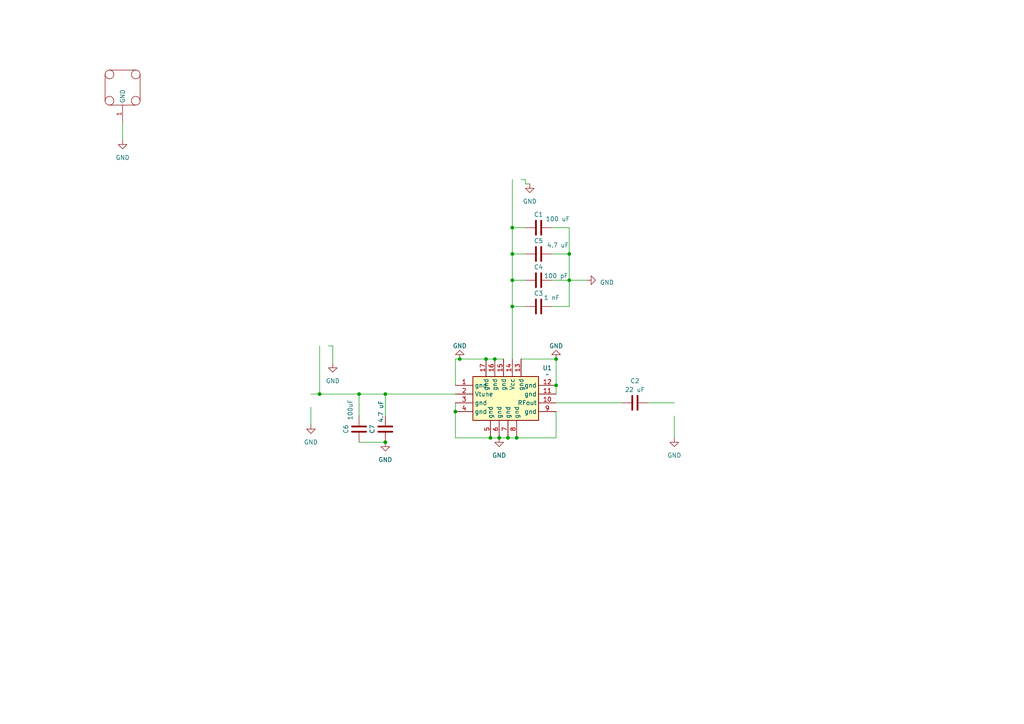
<source format=kicad_sch>
(kicad_sch (version 20231120) (generator "eeschema") (generator_version "8.0")
  (paper "A4")
  (lib_symbols
    (symbol "Device:C" (pin_numbers hide) (pin_names (offset 0.254))
      (property "Reference" "C" (at 0.635 2.54 0))
      (property "Value" "C" (at 0.635 -2.54 0))
      (symbol "C_0_1"
        (polyline (pts (xy -2.032 -0.762) (xy 2.032 -0.762)) (stroke (width 0.508)))
        (polyline (pts (xy -2.032 0.762) (xy 2.032 0.762)) (stroke (width 0.508)))
      )
      (symbol "C_1_1"
        (pin passive line (at 0 3.81 270) (length 2.794) (name "~") (number "1"))
        (pin passive line (at 0 -3.81 90) (length 2.794) (name "~") (number "2"))
      )
    )
    (symbol "MUSIC_LAB:VCO_CK1113"
      (property "Reference" "U" (at -0.508 1.016 0))
      (symbol "VCO_CK1113_1_1"
        (rectangle (start -10.16 7.62) (end 8.89 -5.08) (stroke (width 0.254)) (fill (type background)))
        (pin passive line (at -15.24 5.08 0) (length 5.08) (name "gnd") (number "1"))
        (pin passive line (at 13.97 0 180) (length 5.08) (name "RFout") (number "10"))
        (pin passive line (at 13.97 2.54 180) (length 5.08) (name "gnd") (number "11"))
        (pin passive line (at 13.97 5.08 180) (length 5.08) (name "gnd") (number "12"))
        (pin passive line (at 3.81 12.7 270) (length 5.08) (name "gnd") (number "13"))
        (pin passive line (at 1.27 12.7 270) (length 5.08) (name "Vcc") (number "14"))
        (pin passive line (at -1.27 12.7 270) (length 5.08) (name "gnd") (number "15"))
        (pin passive line (at -3.81 12.7 270) (length 5.08) (name "gnd") (number "16"))
        (pin passive line (at -6.35 12.7 270) (length 5.08) (name "gnd") (number "17"))
        (pin passive line (at -15.24 2.54 0) (length 5.08) (name "Vtune") (number "2"))
        (pin passive line (at -15.24 0 0) (length 5.08) (name "gnd") (number "3"))
        (pin passive line (at -15.24 -2.54 0) (length 5.08) (name "gnd") (number "4"))
        (pin passive line (at -5.08 -10.16 90) (length 5.08) (name "gnd") (number "5"))
        (pin passive line (at -2.54 -10.16 90) (length 5.08) (name "gnd") (number "6"))
        (pin passive line (at 0 -10.16 90) (length 5.08) (name "gnd") (number "7"))
        (pin passive line (at 2.54 -10.16 90) (length 5.08) (name "gnd") (number "8"))
        (pin passive line (at 13.97 -2.54 180) (length 5.08) (name "gnd") (number "9"))
      )
    )
    (symbol "Radar:outline"
      (property "Reference" "outline" (at 0 6.35 0))
      (symbol "outline_0_1"
        (circle (center -3.81 -3.81) (radius 1.27))
        (circle (center -3.81 3.81) (radius 1.27))
        (polyline (pts (xy -5.08 3.81) (xy -5.08 -3.81)))
        (polyline (pts (xy -3.81 -5.08) (xy 3.81 -5.08)))
        (polyline (pts (xy 3.81 5.08) (xy -3.81 5.08)))
        (polyline (pts (xy 5.08 3.81) (xy 5.08 -3.81)))
        (circle (center 3.81 -3.81) (radius 1.27))
        (circle (center 3.81 3.81) (radius 1.27))
      )
      (symbol "outline_1_1"
        (pin free line (at -10.16 0 0) (length 5.08) (name "GND") (number "1"))
      )
    )
    (symbol "power:GND" (power) (pin_numbers hide) (pin_names (offset 0) hide)
      (property "Value" "GND" (at 0 -3.81 0))
      (symbol "GND_0_1"
        (polyline (pts (xy 0 0) (xy 0 -1.27) (xy 1.27 -1.27) (xy 0 -2.54) (xy -1.27 -1.27) (xy 0 -1.27)))
      )
      (symbol "GND_1_1"
        (pin power_in line (at 0 0 270) (length 0) (name "~") (number "1"))
      )
    )
  )
  (junction (at 111.76 128.27))
  (junction (at 149.86 127))
  (junction (at 148.59 73.66))
  (junction (at 161.29 111.76))
  (junction (at 140.97 104.14))
  (junction (at 92.71 114.3))
  (junction (at 165.1 73.66))
  (junction (at 148.59 88.9))
  (junction (at 104.14 114.3))
  (junction (at 148.59 66.04))
  (junction (at 144.78 127))
  (junction (at 148.59 81.28))
  (junction (at 142.24 127))
  (junction (at 132.08 119.38))
  (junction (at 147.32 127))
  (junction (at 133.35 104.14))
  (junction (at 161.29 104.14))
  (junction (at 111.76 114.3))
  (junction (at 143.51 104.14))
  (junction (at 165.1 81.28))
  (wire (pts (xy 152.4 66.04) (xy 148.59 66.04)))
  (wire (pts (xy 160.02 66.04) (xy 165.1 66.04)))
  (wire (pts (xy 148.59 73.66) (xy 148.59 81.28)))
  (wire (pts (xy 149.86 127) (xy 161.29 127)))
  (wire (pts (xy 148.59 81.28) (xy 152.4 81.28)))
  (wire (pts (xy 111.76 114.3) (xy 132.08 114.3)))
  (wire (pts (xy 144.78 127) (xy 147.32 127)))
  (wire (pts (xy 152.4 53.34) (xy 152.4 52.07)))
  (wire (pts (xy 161.29 127) (xy 161.29 119.38)))
  (wire (pts (xy 165.1 66.04) (xy 165.1 73.66)))
  (wire (pts (xy 132.08 119.38) (xy 132.08 127)))
  (wire (pts (xy 104.14 120.65) (xy 104.14 114.3)))
  (wire (pts (xy 92.71 114.3) (xy 104.14 114.3)))
  (wire (pts (xy 165.1 73.66) (xy 165.1 81.28)))
  (wire (pts (xy 148.59 73.66) (xy 152.4 73.66)))
  (wire (pts (xy 160.02 88.9) (xy 165.1 88.9)))
  (wire (pts (xy 111.76 120.65) (xy 111.76 114.3)))
  (wire (pts (xy 104.14 114.3) (xy 111.76 114.3)))
  (wire (pts (xy 151.13 104.14) (xy 161.29 104.14)))
  (wire (pts (xy 165.1 81.28) (xy 170.18 81.28)))
  (wire (pts (xy 187.96 116.84) (xy 195.58 116.84)))
  (wire (pts (xy 148.59 52.07) (xy 148.59 66.04)))
  (wire (pts (xy 143.51 104.14) (xy 146.05 104.14)))
  (wire (pts (xy 148.59 88.9) (xy 148.59 104.14)))
  (wire (pts (xy 160.02 81.28) (xy 165.1 81.28)))
  (wire (pts (xy 165.1 88.9) (xy 165.1 81.28)))
  (wire (pts (xy 132.08 104.14) (xy 133.35 104.14)))
  (wire (pts (xy 111.76 128.27) (xy 104.14 128.27)))
  (wire (pts (xy 96.52 105.41) (xy 96.52 100.33)))
  (wire (pts (xy 35.56 35.56) (xy 35.56 40.64)))
  (wire (pts (xy 195.58 120.65) (xy 195.58 127)))
  (wire (pts (xy 140.97 104.14) (xy 143.51 104.14)))
  (wire (pts (xy 132.08 111.76) (xy 132.08 104.14)))
  (wire (pts (xy 90.17 114.3) (xy 92.71 114.3)))
  (wire (pts (xy 161.29 104.14) (xy 161.29 111.76)))
  (wire (pts (xy 90.17 118.11) (xy 90.17 123.19)))
  (wire (pts (xy 152.4 52.07) (xy 151.13 52.07)))
  (wire (pts (xy 147.32 127) (xy 149.86 127)))
  (wire (pts (xy 132.08 116.84) (xy 132.08 119.38)))
  (wire (pts (xy 148.59 66.04) (xy 148.59 73.66)))
  (wire (pts (xy 132.08 127) (xy 142.24 127)))
  (wire (pts (xy 153.67 53.34) (xy 152.4 53.34)))
  (wire (pts (xy 133.35 104.14) (xy 140.97 104.14)))
  (wire (pts (xy 161.29 111.76) (xy 161.29 114.3)))
  (wire (pts (xy 142.24 127) (xy 144.78 127)))
  (wire (pts (xy 180.34 116.84) (xy 161.29 116.84)))
  (wire (pts (xy 148.59 88.9) (xy 152.4 88.9)))
  (wire (pts (xy 148.59 81.28) (xy 148.59 88.9)))
  (wire (pts (xy 92.71 100.33) (xy 92.71 114.3)))
  (wire (pts (xy 160.02 73.66) (xy 165.1 73.66)))
  (wire (pts (xy 96.52 100.33) (xy 95.25 100.33)))
  (symbol (lib_id "power:GND") (at 35.56 40.64 0) (unit 1)
    (property "Reference" "#PWR0106" (effects (hide yes)))
    (property "Value" "GND" (at 35.56 45.72 0))
    (property "Description" "Power symbol creates a global label with name \"GND\" , ground" (effects (hide yes)))
  )
  (symbol (lib_id "power:GND") (at 144.78 127 0) (unit 1)
    (property "Reference" "#PWR03" (effects (hide yes)))
    (property "Value" "GND" (at 144.78 132.08 0))
    (property "Description" "Power symbol creates a global label with name \"GND\" , ground" (effects (hide yes)))
  )
  (symbol (lib_id "Device:C") (at 156.21 66.04 90) (unit 1)
    (property "Reference" "C1" (at 156.21 62.23 90))
    (property "Value" "100 uF" (at 161.798 63.5 90))
    (property "Footprint" "Capacitor_SMD:C_0603_1608Metric" (effects (hide yes)))
    (property "Description" "Unpolarized capacitor" (effects (hide yes)))
  )
  (symbol (lib_id "Device:C") (at 156.21 88.9 90) (unit 1)
    (property "Reference" "C3" (at 156.21 85.09 90))
    (property "Value" "1 nF" (at 160.02 86.36 90))
    (property "Footprint" "Capacitor_SMD:C_0603_1608Metric" (effects (hide yes)))
    (property "Description" "Unpolarized capacitor" (effects (hide yes)))
  )
  (symbol (lib_id "power:GND") (at 195.58 127 0) (unit 1)
    (property "Reference" "#PWR02" (effects (hide yes)))
    (property "Value" "GND" (at 195.58 132.08 0))
    (property "Description" "Power symbol creates a global label with name \"GND\" , ground" (effects (hide yes)))
  )
  (symbol (lib_id "power:GND") (at 170.18 81.28 90) (unit 1)
    (property "Reference" "#PWR0102" (effects (hide yes)))
    (property "Value" "GND" (at 173.99 81.915 90) (effects (justify right)))
    (property "Description" "Power symbol creates a global label with name \"GND\" , ground" (effects (hide yes)))
  )
  (symbol (lib_id "power:GND") (at 161.29 104.14 180) (unit 1)
    (property "Reference" "#PWR06" (effects (hide yes)))
    (property "Value" "GND" (at 161.29 100.33 0))
    (property "Description" "Power symbol creates a global label with name \"GND\" , ground" (effects (hide yes)))
  )
  (symbol (lib_id "Device:C") (at 111.76 124.46 180) (unit 1)
    (property "Reference" "C7" (at 107.95 124.46 90))
    (property "Value" "4.7 uF" (at 110.49 119.38 90))
    (property "Footprint" "Capacitor_SMD:C_0603_1608Metric" (effects (hide yes)))
    (property "Description" "Unpolarized capacitor" (effects (hide yes)))
  )
  (symbol (lib_id "power:GND") (at 111.76 128.27 0) (unit 1)
    (property "Reference" "#PWR05" (effects (hide yes)))
    (property "Value" "GND" (at 111.76 133.35 0))
    (property "Description" "Power symbol creates a global label with name \"GND\" , ground" (effects (hide yes)))
  )
  (symbol (lib_id "power:GND") (at 153.67 53.34 0) (unit 1)
    (property "Reference" "#PWR01" (effects (hide yes)))
    (property "Value" "GND" (at 153.67 58.42 0))
    (property "Description" "Power symbol creates a global label with name \"GND\" , ground" (effects (hide yes)))
  )
  (symbol (lib_id "power:GND") (at 90.17 123.19 0) (unit 1)
    (property "Reference" "#PWR0105" (effects (hide yes)))
    (property "Value" "GND" (at 90.17 128.27 0))
    (property "Description" "Power symbol creates a global label with name \"GND\" , ground" (effects (hide yes)))
  )
  (symbol (lib_id "Radar:outline") (at 35.56 25.4 90) (unit 1)
    (property "Reference" "outline1" (effects (hide yes)))
    (property "Footprint" "MUSIC_Lab:Outline_3x2_cavity_20231207_SMT" (effects (hide yes)))
  )
  (symbol (lib_id "power:GND") (at 133.35 104.14 180) (unit 1)
    (property "Reference" "#PWR0103" (effects (hide yes)))
    (property "Value" "GND" (at 133.35 100.33 0))
    (property "Description" "Power symbol creates a global label with name \"GND\" , ground" (effects (hide yes)))
  )
  (symbol (lib_id "MUSIC_LAB:VCO_CK1113") (at 147.32 116.84 0) (unit 1)
    (property "Reference" "U1" (at 158.75 106.7114 0))
    (property "Value" "~" (at 158.75 108.6165 0))
    (property "Footprint" "MUSIC_Lab:VCO_CK1113" (effects (hide yes)))
  )
  (symbol (lib_id "power:GND") (at 96.52 105.41 0) (unit 1)
    (property "Reference" "#PWR04" (effects (hide yes)))
    (property "Value" "GND" (at 96.52 110.49 0))
    (property "Description" "Power symbol creates a global label with name \"GND\" , ground" (effects (hide yes)))
  )
  (symbol (lib_id "Device:C") (at 104.14 124.46 180) (unit 1)
    (property "Reference" "C6" (at 100.33 124.46 90))
    (property "Value" "100uF" (at 101.6 118.872 90))
    (property "Footprint" "Capacitor_SMD:C_0603_1608Metric" (effects (hide yes)))
    (property "Description" "Unpolarized capacitor" (effects (hide yes)))
  )
  (symbol (lib_id "Device:C") (at 156.21 73.66 90) (unit 1)
    (property "Reference" "C5" (at 156.21 69.85 90))
    (property "Value" "4.7 uF" (at 161.798 71.12 90))
    (property "Footprint" "Capacitor_SMD:C_0603_1608Metric" (effects (hide yes)))
    (property "Description" "Unpolarized capacitor" (effects (hide yes)))
  )
  (symbol (lib_id "Device:C") (at 184.15 116.84 90) (unit 1)
    (property "Reference" "C2" (at 184.15 110.49 90))
    (property "Value" "22 uF" (at 184.15 113.03 90))
    (property "Footprint" "Capacitor_SMD:C_0603_1608Metric" (effects (hide yes)))
    (property "Description" "Unpolarized capacitor" (effects (hide yes)))
  )
  (symbol (lib_id "Device:C") (at 156.21 81.28 90) (unit 1)
    (property "Reference" "C4" (at 156.21 77.47 90))
    (property "Value" "100 pF" (at 161.29 80.01 90))
    (property "Footprint" "Capacitor_SMD:C_0603_1608Metric" (effects (hide yes)))
    (property "Description" "Unpolarized capacitor" (effects (hide yes)))
  )
)
</source>
